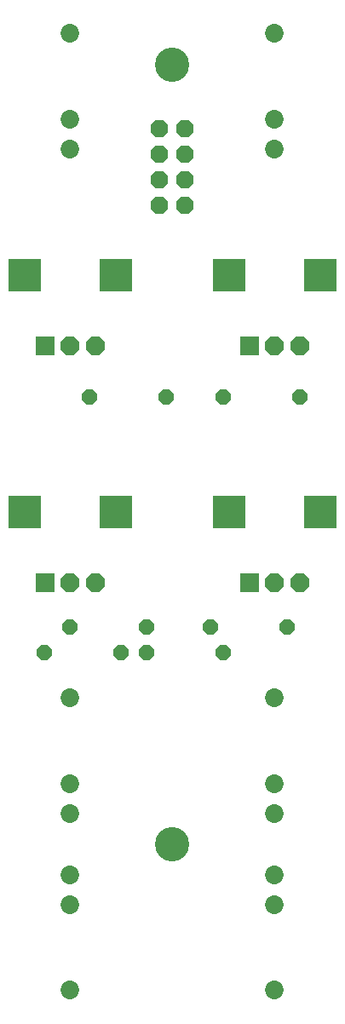
<source format=gts>
G04 EAGLE Gerber RS-274X export*
G75*
%MOMM*%
%FSLAX34Y34*%
%LPD*%
%INSoldermask Top*%
%IPPOS*%
%AMOC8*
5,1,8,0,0,1.08239X$1,22.5*%
G01*
%ADD10C,3.403600*%
%ADD11P,1.649562X8X22.500000*%
%ADD12C,1.853200*%
%ADD13R,1.879600X1.879600*%
%ADD14P,2.034460X8X292.500000*%
%ADD15R,3.319200X3.319200*%
%ADD16P,1.649562X8X202.500000*%
%ADD17P,1.869504X8X292.500000*%


D10*
X177800Y165100D03*
X177800Y939800D03*
D11*
X76200Y381000D03*
X152400Y381000D03*
D12*
X76200Y970750D03*
X76200Y885750D03*
X76200Y855750D03*
X76200Y310350D03*
X76200Y225350D03*
X76200Y195350D03*
X76200Y19850D03*
X76200Y104850D03*
X76200Y134850D03*
D13*
X51200Y425300D03*
D14*
X76200Y425300D03*
X101200Y425300D03*
D15*
X121200Y495300D03*
X31200Y495300D03*
D16*
X127000Y355600D03*
X50800Y355600D03*
X292100Y381000D03*
X215900Y381000D03*
D12*
X279400Y970750D03*
X279400Y885750D03*
X279400Y855750D03*
X279400Y310350D03*
X279400Y225350D03*
X279400Y195350D03*
X279400Y19850D03*
X279400Y104850D03*
X279400Y134850D03*
D13*
X254400Y425300D03*
D14*
X279400Y425300D03*
X304400Y425300D03*
D15*
X324400Y495300D03*
X234400Y495300D03*
D11*
X152400Y355600D03*
X228600Y355600D03*
D13*
X51200Y660250D03*
D14*
X76200Y660250D03*
X101200Y660250D03*
D15*
X121200Y730250D03*
X31200Y730250D03*
D16*
X171450Y609600D03*
X95250Y609600D03*
D13*
X254400Y660250D03*
D14*
X279400Y660250D03*
X304400Y660250D03*
D15*
X324400Y730250D03*
X234400Y730250D03*
D11*
X228600Y609600D03*
X304800Y609600D03*
D17*
X165100Y876300D03*
X190500Y876300D03*
X165100Y850900D03*
X190500Y850900D03*
X165100Y825500D03*
X190500Y825500D03*
X165100Y800100D03*
X190500Y800100D03*
M02*

</source>
